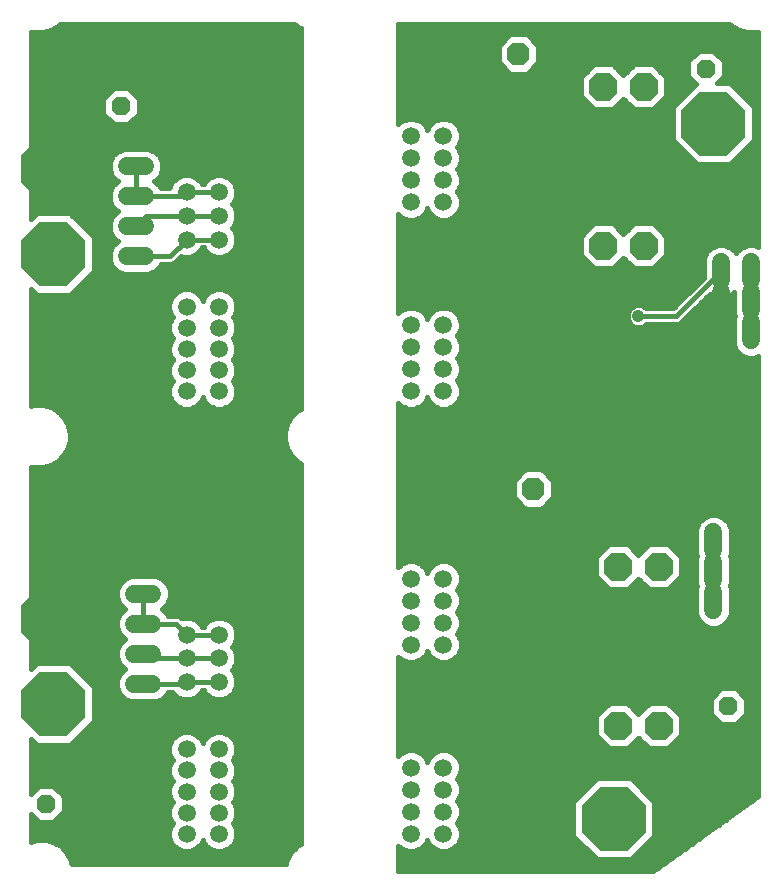
<source format=gbl>
G75*
%MOIN*%
%OFA0B0*%
%FSLAX25Y25*%
%IPPOS*%
%LPD*%
%AMOC8*
5,1,8,0,0,1.08239X$1,22.5*
%
%ADD10C,0.05906*%
%ADD11C,0.06000*%
%ADD12OC8,0.06300*%
%ADD13OC8,0.09450*%
%ADD14OC8,0.21500*%
%ADD15OC8,0.07600*%
%ADD16C,0.01600*%
%ADD17C,0.04100*%
%ADD18C,0.02400*%
D10*
X0067037Y0030167D03*
X0067037Y0037214D03*
X0067037Y0044261D03*
X0067037Y0051308D03*
X0067037Y0058356D03*
X0077864Y0058356D03*
X0077864Y0051308D03*
X0077864Y0044261D03*
X0077864Y0037214D03*
X0077864Y0030167D03*
X0077864Y0080757D03*
X0077864Y0088631D03*
X0077864Y0096505D03*
X0067037Y0096505D03*
X0067037Y0088631D03*
X0067037Y0080757D03*
X0067037Y0109064D03*
X0067037Y0116623D03*
X0067037Y0124182D03*
X0067037Y0131741D03*
X0067037Y0139301D03*
X0067037Y0146860D03*
X0077864Y0146860D03*
X0077864Y0139301D03*
X0077864Y0131741D03*
X0077864Y0124182D03*
X0077864Y0116623D03*
X0077864Y0109064D03*
X0077864Y0177667D03*
X0077864Y0184714D03*
X0077864Y0191761D03*
X0077864Y0198808D03*
X0077864Y0205856D03*
X0067037Y0205856D03*
X0067037Y0198808D03*
X0067037Y0191761D03*
X0067037Y0184714D03*
X0067037Y0177667D03*
X0067037Y0228257D03*
X0067037Y0236131D03*
X0067037Y0244005D03*
X0077864Y0244005D03*
X0077864Y0236131D03*
X0077864Y0228257D03*
X0077864Y0256564D03*
X0077864Y0264123D03*
X0077864Y0271682D03*
X0077864Y0279241D03*
X0077864Y0286801D03*
X0077864Y0294360D03*
X0067037Y0294360D03*
X0067037Y0286801D03*
X0067037Y0279241D03*
X0067037Y0271682D03*
X0067037Y0264123D03*
X0067037Y0256564D03*
X0141840Y0255383D03*
X0141840Y0262745D03*
X0141840Y0272155D03*
X0141840Y0279517D03*
X0141840Y0286879D03*
X0141840Y0294241D03*
X0152667Y0294241D03*
X0152667Y0286879D03*
X0152667Y0279517D03*
X0152667Y0272155D03*
X0152667Y0262745D03*
X0152667Y0255383D03*
X0152667Y0248021D03*
X0152667Y0240659D03*
X0152667Y0231249D03*
X0152667Y0223887D03*
X0152667Y0216525D03*
X0152667Y0209163D03*
X0152667Y0199753D03*
X0152667Y0192391D03*
X0152667Y0185029D03*
X0152667Y0177667D03*
X0141840Y0177667D03*
X0141840Y0185029D03*
X0141840Y0192391D03*
X0141840Y0199753D03*
X0141840Y0209163D03*
X0141840Y0216525D03*
X0141840Y0223887D03*
X0141840Y0231249D03*
X0141840Y0240659D03*
X0141840Y0248021D03*
X0141840Y0146741D03*
X0141840Y0139379D03*
X0141840Y0132017D03*
X0141840Y0124655D03*
X0141840Y0115245D03*
X0141840Y0107883D03*
X0141840Y0100521D03*
X0141840Y0093159D03*
X0141840Y0083749D03*
X0141840Y0076387D03*
X0141840Y0069025D03*
X0141840Y0061663D03*
X0141840Y0052253D03*
X0141840Y0044891D03*
X0141840Y0037529D03*
X0141840Y0030167D03*
X0152667Y0030167D03*
X0152667Y0037529D03*
X0152667Y0044891D03*
X0152667Y0052253D03*
X0152667Y0061663D03*
X0152667Y0069025D03*
X0152667Y0076387D03*
X0152667Y0083749D03*
X0152667Y0093159D03*
X0152667Y0100521D03*
X0152667Y0107883D03*
X0152667Y0115245D03*
X0152667Y0124655D03*
X0152667Y0132017D03*
X0152667Y0139379D03*
X0152667Y0146741D03*
D11*
X0242667Y0130667D02*
X0242667Y0124667D01*
X0242667Y0120667D02*
X0242667Y0114667D01*
X0242667Y0110667D02*
X0242667Y0104667D01*
X0252667Y0104667D02*
X0252667Y0110667D01*
X0252667Y0114667D02*
X0252667Y0120667D01*
X0252667Y0124667D02*
X0252667Y0130667D01*
X0255167Y0194667D02*
X0255167Y0200667D01*
X0255167Y0204667D02*
X0255167Y0210667D01*
X0255167Y0214667D02*
X0255167Y0220667D01*
X0245167Y0220667D02*
X0245167Y0214667D01*
X0245167Y0210667D02*
X0245167Y0204667D01*
X0245167Y0200667D02*
X0245167Y0194667D01*
X0055667Y0110167D02*
X0049667Y0110167D01*
X0049667Y0100167D02*
X0055667Y0100167D01*
X0055667Y0090167D02*
X0049667Y0090167D01*
X0049667Y0080167D02*
X0055667Y0080167D01*
X0053167Y0222667D02*
X0047167Y0222667D01*
X0047167Y0232667D02*
X0053167Y0232667D01*
X0053167Y0242667D02*
X0047167Y0242667D01*
X0047167Y0252667D02*
X0053167Y0252667D01*
D12*
X0045167Y0272667D03*
X0045167Y0282667D03*
X0240167Y0285167D03*
X0240167Y0295167D03*
X0247667Y0082667D03*
X0247667Y0072667D03*
X0020167Y0040167D03*
X0020167Y0030167D03*
D13*
X0205967Y0226167D03*
X0219367Y0226167D03*
X0219367Y0279167D03*
X0205967Y0279167D03*
X0210967Y0119167D03*
X0224367Y0119167D03*
X0224367Y0066167D03*
X0210967Y0066167D03*
D14*
X0209417Y0035167D03*
X0180917Y0035167D03*
X0022667Y0073417D03*
X0022667Y0101917D03*
X0022667Y0223417D03*
X0022667Y0251917D03*
X0242667Y0238417D03*
X0242667Y0266917D03*
D15*
X0177667Y0290167D03*
X0182667Y0145167D03*
D16*
X0015167Y0036752D02*
X0015167Y0027500D01*
X0017282Y0028067D01*
X0020020Y0028067D01*
X0022665Y0027358D01*
X0025037Y0025989D01*
X0026973Y0024052D01*
X0028342Y0021681D01*
X0028748Y0020167D01*
X0100070Y0020167D01*
X0100475Y0021681D01*
X0101845Y0024052D01*
X0103781Y0025989D01*
X0105167Y0026789D01*
X0105167Y0153545D01*
X0103781Y0154345D01*
X0101845Y0156281D01*
X0100475Y0158652D01*
X0099767Y0161297D01*
X0099767Y0164036D01*
X0100475Y0166681D01*
X0101845Y0169052D01*
X0103781Y0170989D01*
X0105167Y0171789D01*
X0105167Y0298545D01*
X0103781Y0299345D01*
X0102959Y0300167D01*
X0024874Y0300167D01*
X0024052Y0299345D01*
X0021681Y0297975D01*
X0019036Y0297267D01*
X0016297Y0297267D01*
X0015167Y0297570D01*
X0015167Y0235079D01*
X0017054Y0236967D01*
X0028279Y0236967D01*
X0036217Y0229029D01*
X0036217Y0217804D01*
X0028279Y0209867D01*
X0017054Y0209867D01*
X0015167Y0211754D01*
X0015167Y0172764D01*
X0016297Y0173067D01*
X0019036Y0173067D01*
X0021681Y0172358D01*
X0024052Y0170989D01*
X0025989Y0169052D01*
X0027358Y0166681D01*
X0028067Y0164036D01*
X0028067Y0161297D01*
X0027358Y0158652D01*
X0025989Y0156281D01*
X0024052Y0154345D01*
X0021681Y0152975D01*
X0019036Y0152267D01*
X0016297Y0152267D01*
X0015167Y0152570D01*
X0015167Y0085079D01*
X0017054Y0086967D01*
X0028279Y0086967D01*
X0036217Y0079029D01*
X0036217Y0067804D01*
X0028279Y0059867D01*
X0017054Y0059867D01*
X0015167Y0061754D01*
X0015167Y0043581D01*
X0017702Y0046117D01*
X0022631Y0046117D01*
X0026117Y0042631D01*
X0026117Y0037702D01*
X0022631Y0034217D01*
X0017702Y0034217D01*
X0015167Y0036752D01*
X0015167Y0036440D02*
X0015479Y0036440D01*
X0015167Y0034841D02*
X0017077Y0034841D01*
X0015167Y0033243D02*
X0062084Y0033243D01*
X0062160Y0033425D02*
X0061284Y0031311D01*
X0061284Y0029022D01*
X0062160Y0026908D01*
X0063778Y0025290D01*
X0065892Y0024414D01*
X0068181Y0024414D01*
X0070295Y0025290D01*
X0071914Y0026908D01*
X0072450Y0028203D01*
X0072987Y0026908D01*
X0074605Y0025290D01*
X0076719Y0024414D01*
X0079008Y0024414D01*
X0081122Y0025290D01*
X0082740Y0026908D01*
X0083616Y0029022D01*
X0083616Y0031311D01*
X0082740Y0033425D01*
X0082475Y0033690D01*
X0082740Y0033955D01*
X0083616Y0036070D01*
X0083616Y0038358D01*
X0082740Y0040473D01*
X0082475Y0040738D01*
X0082740Y0041002D01*
X0083616Y0043117D01*
X0083616Y0045405D01*
X0082740Y0047520D01*
X0082475Y0047785D01*
X0082740Y0048050D01*
X0083616Y0050164D01*
X0083616Y0052453D01*
X0082740Y0054567D01*
X0082475Y0054832D01*
X0082740Y0055097D01*
X0083616Y0057211D01*
X0083616Y0059500D01*
X0082740Y0061614D01*
X0081122Y0063233D01*
X0079008Y0064108D01*
X0076719Y0064108D01*
X0074605Y0063233D01*
X0072987Y0061614D01*
X0072450Y0060319D01*
X0071914Y0061614D01*
X0070295Y0063233D01*
X0068181Y0064108D01*
X0065892Y0064108D01*
X0063778Y0063233D01*
X0062160Y0061614D01*
X0061284Y0059500D01*
X0061284Y0057211D01*
X0062160Y0055097D01*
X0062425Y0054832D01*
X0062160Y0054567D01*
X0061284Y0052453D01*
X0061284Y0050164D01*
X0062160Y0048050D01*
X0062425Y0047785D01*
X0062160Y0047520D01*
X0061284Y0045405D01*
X0061284Y0043117D01*
X0062160Y0041002D01*
X0062425Y0040738D01*
X0062160Y0040473D01*
X0061284Y0038358D01*
X0061284Y0036070D01*
X0062160Y0033955D01*
X0062425Y0033690D01*
X0062160Y0033425D01*
X0061793Y0034841D02*
X0023256Y0034841D01*
X0024854Y0036440D02*
X0061284Y0036440D01*
X0061284Y0038038D02*
X0026117Y0038038D01*
X0026117Y0039637D02*
X0061814Y0039637D01*
X0062063Y0041235D02*
X0026117Y0041235D01*
X0025914Y0042834D02*
X0061401Y0042834D01*
X0061284Y0044432D02*
X0024315Y0044432D01*
X0022717Y0046031D02*
X0061543Y0046031D01*
X0062269Y0047629D02*
X0015167Y0047629D01*
X0015167Y0046031D02*
X0017616Y0046031D01*
X0016018Y0044432D02*
X0015167Y0044432D01*
X0015167Y0049228D02*
X0061672Y0049228D01*
X0061284Y0050826D02*
X0015167Y0050826D01*
X0015167Y0052425D02*
X0061284Y0052425D01*
X0061935Y0054023D02*
X0015167Y0054023D01*
X0015167Y0055622D02*
X0061942Y0055622D01*
X0061284Y0057221D02*
X0015167Y0057221D01*
X0015167Y0058819D02*
X0061284Y0058819D01*
X0061664Y0060418D02*
X0028830Y0060418D01*
X0030429Y0062016D02*
X0062562Y0062016D01*
X0064700Y0063615D02*
X0032027Y0063615D01*
X0033626Y0065213D02*
X0105167Y0065213D01*
X0105167Y0063615D02*
X0080200Y0063615D01*
X0082339Y0062016D02*
X0105167Y0062016D01*
X0105167Y0060418D02*
X0083236Y0060418D01*
X0083616Y0058819D02*
X0105167Y0058819D01*
X0105167Y0057221D02*
X0083616Y0057221D01*
X0082958Y0055622D02*
X0105167Y0055622D01*
X0105167Y0054023D02*
X0082966Y0054023D01*
X0083616Y0052425D02*
X0105167Y0052425D01*
X0105167Y0050826D02*
X0083616Y0050826D01*
X0083228Y0049228D02*
X0105167Y0049228D01*
X0105167Y0047629D02*
X0082631Y0047629D01*
X0083357Y0046031D02*
X0105167Y0046031D01*
X0105167Y0044432D02*
X0083616Y0044432D01*
X0083499Y0042834D02*
X0105167Y0042834D01*
X0105167Y0041235D02*
X0082837Y0041235D01*
X0083087Y0039637D02*
X0105167Y0039637D01*
X0105167Y0038038D02*
X0083616Y0038038D01*
X0083616Y0036440D02*
X0105167Y0036440D01*
X0105167Y0034841D02*
X0083107Y0034841D01*
X0082816Y0033243D02*
X0105167Y0033243D01*
X0105167Y0031644D02*
X0083478Y0031644D01*
X0083616Y0030046D02*
X0105167Y0030046D01*
X0105167Y0028447D02*
X0083378Y0028447D01*
X0082681Y0026849D02*
X0105167Y0026849D01*
X0103042Y0025250D02*
X0081027Y0025250D01*
X0074700Y0025250D02*
X0070200Y0025250D01*
X0071854Y0026849D02*
X0073046Y0026849D01*
X0063873Y0025250D02*
X0025775Y0025250D01*
X0027204Y0023652D02*
X0101613Y0023652D01*
X0100690Y0022053D02*
X0028127Y0022053D01*
X0028671Y0020455D02*
X0100147Y0020455D01*
X0072491Y0060418D02*
X0072409Y0060418D01*
X0071512Y0062016D02*
X0073388Y0062016D01*
X0075527Y0063615D02*
X0069373Y0063615D01*
X0068181Y0075004D02*
X0065892Y0075004D01*
X0063778Y0075880D01*
X0062160Y0077499D01*
X0062132Y0077567D01*
X0060868Y0077567D01*
X0060584Y0076881D01*
X0058952Y0075250D01*
X0056820Y0074367D01*
X0048513Y0074367D01*
X0046381Y0075250D01*
X0044750Y0076881D01*
X0043867Y0079013D01*
X0043867Y0081320D01*
X0044750Y0083452D01*
X0046381Y0085084D01*
X0046582Y0085167D01*
X0046381Y0085250D01*
X0044750Y0086881D01*
X0043867Y0089013D01*
X0043867Y0091320D01*
X0044750Y0093452D01*
X0046381Y0095084D01*
X0046582Y0095167D01*
X0046381Y0095250D01*
X0044750Y0096881D01*
X0043867Y0099013D01*
X0043867Y0101320D01*
X0044750Y0103452D01*
X0046381Y0105084D01*
X0046582Y0105167D01*
X0046381Y0105250D01*
X0044750Y0106881D01*
X0043867Y0109013D01*
X0043867Y0111320D01*
X0044750Y0113452D01*
X0046381Y0115084D01*
X0048513Y0115967D01*
X0056820Y0115967D01*
X0058952Y0115084D01*
X0060584Y0113452D01*
X0061467Y0111320D01*
X0061467Y0109013D01*
X0060584Y0106881D01*
X0058952Y0105250D01*
X0058752Y0105167D01*
X0058952Y0105084D01*
X0060584Y0103452D01*
X0060868Y0102767D01*
X0063892Y0102767D01*
X0064848Y0102371D01*
X0065234Y0101985D01*
X0065892Y0102258D01*
X0068181Y0102258D01*
X0070295Y0101382D01*
X0071914Y0099764D01*
X0072187Y0099105D01*
X0072714Y0099105D01*
X0072987Y0099764D01*
X0074605Y0101382D01*
X0076719Y0102258D01*
X0079008Y0102258D01*
X0081122Y0101382D01*
X0082740Y0099764D01*
X0083616Y0097650D01*
X0083616Y0095361D01*
X0082740Y0093247D01*
X0082062Y0092568D01*
X0082740Y0091890D01*
X0083616Y0089776D01*
X0083616Y0087487D01*
X0082740Y0085373D01*
X0082062Y0084694D01*
X0082740Y0084016D01*
X0083616Y0081902D01*
X0083616Y0079613D01*
X0082740Y0077499D01*
X0081122Y0075880D01*
X0079008Y0075004D01*
X0076719Y0075004D01*
X0074605Y0075880D01*
X0072987Y0077499D01*
X0072714Y0078157D01*
X0072187Y0078157D01*
X0071914Y0077499D01*
X0070295Y0075880D01*
X0068181Y0075004D01*
X0070818Y0076403D02*
X0074082Y0076403D01*
X0072778Y0078001D02*
X0072122Y0078001D01*
X0067037Y0080167D02*
X0067037Y0080757D01*
X0077864Y0080757D01*
X0083245Y0082797D02*
X0105167Y0082797D01*
X0105167Y0084395D02*
X0082361Y0084395D01*
X0082998Y0085994D02*
X0105167Y0085994D01*
X0105167Y0087592D02*
X0083616Y0087592D01*
X0083616Y0089191D02*
X0105167Y0089191D01*
X0105167Y0090789D02*
X0083196Y0090789D01*
X0082243Y0092388D02*
X0105167Y0092388D01*
X0105167Y0093986D02*
X0083047Y0093986D01*
X0083616Y0095585D02*
X0105167Y0095585D01*
X0105167Y0097183D02*
X0083616Y0097183D01*
X0083147Y0098782D02*
X0105167Y0098782D01*
X0105167Y0100380D02*
X0082124Y0100380D01*
X0079682Y0101979D02*
X0105167Y0101979D01*
X0105167Y0103577D02*
X0060458Y0103577D01*
X0058774Y0105176D02*
X0105167Y0105176D01*
X0105167Y0106774D02*
X0060477Y0106774D01*
X0061202Y0108373D02*
X0105167Y0108373D01*
X0105167Y0109971D02*
X0061467Y0109971D01*
X0061363Y0111570D02*
X0105167Y0111570D01*
X0105167Y0113168D02*
X0060701Y0113168D01*
X0059269Y0114767D02*
X0105167Y0114767D01*
X0105167Y0116365D02*
X0015167Y0116365D01*
X0015167Y0114767D02*
X0046064Y0114767D01*
X0044632Y0113168D02*
X0015167Y0113168D01*
X0015167Y0111570D02*
X0043970Y0111570D01*
X0043867Y0109971D02*
X0015167Y0109971D01*
X0015167Y0108373D02*
X0044132Y0108373D01*
X0044857Y0106774D02*
X0015167Y0106774D01*
X0015167Y0105176D02*
X0046559Y0105176D01*
X0044875Y0103577D02*
X0015167Y0103577D01*
X0015167Y0101979D02*
X0044139Y0101979D01*
X0043867Y0100380D02*
X0015167Y0100380D01*
X0015167Y0098782D02*
X0043962Y0098782D01*
X0044625Y0097183D02*
X0015167Y0097183D01*
X0015167Y0095585D02*
X0046046Y0095585D01*
X0045284Y0093986D02*
X0015167Y0093986D01*
X0015167Y0092388D02*
X0044309Y0092388D01*
X0043867Y0090789D02*
X0015167Y0090789D01*
X0015167Y0089191D02*
X0043867Y0089191D01*
X0044455Y0087592D02*
X0015167Y0087592D01*
X0015167Y0085994D02*
X0016081Y0085994D01*
X0029252Y0085994D02*
X0045637Y0085994D01*
X0045693Y0084395D02*
X0030851Y0084395D01*
X0032449Y0082797D02*
X0044478Y0082797D01*
X0043867Y0081198D02*
X0034048Y0081198D01*
X0035646Y0079600D02*
X0043867Y0079600D01*
X0044286Y0078001D02*
X0036217Y0078001D01*
X0036217Y0076403D02*
X0045228Y0076403D01*
X0047457Y0074804D02*
X0036217Y0074804D01*
X0036217Y0073206D02*
X0105167Y0073206D01*
X0105167Y0074804D02*
X0057877Y0074804D01*
X0060105Y0076403D02*
X0063256Y0076403D01*
X0067037Y0080167D02*
X0052667Y0080167D01*
X0052667Y0088631D02*
X0052667Y0090167D01*
X0052667Y0088631D02*
X0067037Y0088631D01*
X0077864Y0088631D01*
X0083616Y0081198D02*
X0105167Y0081198D01*
X0105167Y0079600D02*
X0083611Y0079600D01*
X0082949Y0078001D02*
X0105167Y0078001D01*
X0105167Y0076403D02*
X0081645Y0076403D01*
X0077864Y0096505D02*
X0067037Y0096505D01*
X0063375Y0100167D01*
X0052667Y0100167D01*
X0052667Y0110167D01*
X0068855Y0101979D02*
X0076045Y0101979D01*
X0073603Y0100380D02*
X0071297Y0100380D01*
X0105167Y0117964D02*
X0015167Y0117964D01*
X0015167Y0119562D02*
X0105167Y0119562D01*
X0105167Y0121161D02*
X0015167Y0121161D01*
X0015167Y0122759D02*
X0105167Y0122759D01*
X0105167Y0124358D02*
X0015167Y0124358D01*
X0015167Y0125956D02*
X0105167Y0125956D01*
X0105167Y0127555D02*
X0015167Y0127555D01*
X0015167Y0129154D02*
X0105167Y0129154D01*
X0105167Y0130752D02*
X0015167Y0130752D01*
X0015167Y0132351D02*
X0105167Y0132351D01*
X0105167Y0133949D02*
X0015167Y0133949D01*
X0015167Y0135548D02*
X0105167Y0135548D01*
X0105167Y0137146D02*
X0015167Y0137146D01*
X0015167Y0138745D02*
X0105167Y0138745D01*
X0105167Y0140343D02*
X0015167Y0140343D01*
X0015167Y0141942D02*
X0105167Y0141942D01*
X0105167Y0143540D02*
X0015167Y0143540D01*
X0015167Y0145139D02*
X0105167Y0145139D01*
X0105167Y0146737D02*
X0015167Y0146737D01*
X0015167Y0148336D02*
X0105167Y0148336D01*
X0105167Y0149934D02*
X0015167Y0149934D01*
X0015167Y0151533D02*
X0105167Y0151533D01*
X0105167Y0153131D02*
X0021951Y0153131D01*
X0024438Y0154730D02*
X0103396Y0154730D01*
X0101817Y0156328D02*
X0026016Y0156328D01*
X0026939Y0157927D02*
X0100894Y0157927D01*
X0100242Y0159525D02*
X0027592Y0159525D01*
X0028020Y0161124D02*
X0099813Y0161124D01*
X0099767Y0162722D02*
X0028067Y0162722D01*
X0027990Y0164321D02*
X0099843Y0164321D01*
X0100271Y0165919D02*
X0027562Y0165919D01*
X0026875Y0167518D02*
X0100959Y0167518D01*
X0101908Y0169116D02*
X0025925Y0169116D01*
X0024326Y0170715D02*
X0103507Y0170715D01*
X0105167Y0172313D02*
X0079972Y0172313D01*
X0079008Y0171914D02*
X0081122Y0172790D01*
X0082740Y0174408D01*
X0083616Y0176522D01*
X0083616Y0178811D01*
X0082740Y0180925D01*
X0082475Y0181190D01*
X0082740Y0181455D01*
X0083616Y0183570D01*
X0083616Y0185858D01*
X0082740Y0187973D01*
X0082475Y0188238D01*
X0082740Y0188502D01*
X0083616Y0190617D01*
X0083616Y0192905D01*
X0082740Y0195020D01*
X0082475Y0195285D01*
X0082740Y0195550D01*
X0083616Y0197664D01*
X0083616Y0199953D01*
X0082740Y0202067D01*
X0082475Y0202332D01*
X0082740Y0202597D01*
X0083616Y0204711D01*
X0083616Y0207000D01*
X0082740Y0209114D01*
X0081122Y0210733D01*
X0079008Y0211608D01*
X0076719Y0211608D01*
X0074605Y0210733D01*
X0072987Y0209114D01*
X0072450Y0207819D01*
X0071914Y0209114D01*
X0070295Y0210733D01*
X0068181Y0211608D01*
X0065892Y0211608D01*
X0063778Y0210733D01*
X0062160Y0209114D01*
X0061284Y0207000D01*
X0061284Y0204711D01*
X0062160Y0202597D01*
X0062425Y0202332D01*
X0062160Y0202067D01*
X0061284Y0199953D01*
X0061284Y0197664D01*
X0062160Y0195550D01*
X0062425Y0195285D01*
X0062160Y0195020D01*
X0061284Y0192905D01*
X0061284Y0190617D01*
X0062160Y0188502D01*
X0062425Y0188238D01*
X0062160Y0187973D01*
X0061284Y0185858D01*
X0061284Y0183570D01*
X0062160Y0181455D01*
X0062425Y0181190D01*
X0062160Y0180925D01*
X0061284Y0178811D01*
X0061284Y0176522D01*
X0062160Y0174408D01*
X0063778Y0172790D01*
X0065892Y0171914D01*
X0068181Y0171914D01*
X0070295Y0172790D01*
X0071914Y0174408D01*
X0072450Y0175703D01*
X0072987Y0174408D01*
X0074605Y0172790D01*
X0076719Y0171914D01*
X0079008Y0171914D01*
X0082244Y0173912D02*
X0105167Y0173912D01*
X0105167Y0175510D02*
X0083197Y0175510D01*
X0083616Y0177109D02*
X0105167Y0177109D01*
X0105167Y0178707D02*
X0083616Y0178707D01*
X0082997Y0180306D02*
X0105167Y0180306D01*
X0105167Y0181904D02*
X0082927Y0181904D01*
X0083589Y0183503D02*
X0105167Y0183503D01*
X0105167Y0185101D02*
X0083616Y0185101D01*
X0083268Y0186700D02*
X0105167Y0186700D01*
X0105167Y0188298D02*
X0082536Y0188298D01*
X0083318Y0189897D02*
X0105167Y0189897D01*
X0105167Y0191495D02*
X0083616Y0191495D01*
X0083538Y0193094D02*
X0105167Y0193094D01*
X0105167Y0194692D02*
X0082876Y0194692D01*
X0083047Y0196291D02*
X0105167Y0196291D01*
X0105167Y0197890D02*
X0083616Y0197890D01*
X0083616Y0199488D02*
X0105167Y0199488D01*
X0105167Y0201087D02*
X0083147Y0201087D01*
X0082777Y0202685D02*
X0105167Y0202685D01*
X0105167Y0204284D02*
X0083439Y0204284D01*
X0083616Y0205882D02*
X0105167Y0205882D01*
X0105167Y0207481D02*
X0083417Y0207481D01*
X0082755Y0209079D02*
X0105167Y0209079D01*
X0105167Y0210678D02*
X0081177Y0210678D01*
X0074550Y0210678D02*
X0070350Y0210678D01*
X0071928Y0209079D02*
X0072972Y0209079D01*
X0063723Y0210678D02*
X0029090Y0210678D01*
X0030689Y0212276D02*
X0105167Y0212276D01*
X0105167Y0213875D02*
X0032287Y0213875D01*
X0033886Y0215473D02*
X0105167Y0215473D01*
X0105167Y0217072D02*
X0054815Y0217072D01*
X0054320Y0216867D02*
X0056452Y0217750D01*
X0058084Y0219381D01*
X0058368Y0220067D01*
X0061963Y0220067D01*
X0062919Y0220462D01*
X0065234Y0222777D01*
X0065892Y0222504D01*
X0068181Y0222504D01*
X0070295Y0223380D01*
X0071914Y0224999D01*
X0072187Y0225657D01*
X0072714Y0225657D01*
X0072987Y0224999D01*
X0074605Y0223380D01*
X0076719Y0222504D01*
X0079008Y0222504D01*
X0081122Y0223380D01*
X0082740Y0224999D01*
X0083616Y0227113D01*
X0083616Y0229402D01*
X0082740Y0231516D01*
X0082062Y0232194D01*
X0082740Y0232873D01*
X0083616Y0234987D01*
X0083616Y0237276D01*
X0082740Y0239390D01*
X0082062Y0240068D01*
X0082740Y0240747D01*
X0083616Y0242861D01*
X0083616Y0245150D01*
X0082740Y0247264D01*
X0081122Y0248882D01*
X0079008Y0249758D01*
X0076719Y0249758D01*
X0074605Y0248882D01*
X0072987Y0247264D01*
X0072714Y0246605D01*
X0072187Y0246605D01*
X0071914Y0247264D01*
X0070295Y0248882D01*
X0068181Y0249758D01*
X0065892Y0249758D01*
X0063778Y0248882D01*
X0062160Y0247264D01*
X0061332Y0245267D01*
X0058368Y0245267D01*
X0058084Y0245952D01*
X0056452Y0247584D01*
X0056252Y0247667D01*
X0056452Y0247750D01*
X0058084Y0249381D01*
X0058967Y0251513D01*
X0058967Y0253820D01*
X0058084Y0255952D01*
X0056452Y0257584D01*
X0054320Y0258467D01*
X0046013Y0258467D01*
X0043881Y0257584D01*
X0042250Y0255952D01*
X0041367Y0253820D01*
X0041367Y0251513D01*
X0042250Y0249381D01*
X0043881Y0247750D01*
X0044082Y0247667D01*
X0043881Y0247584D01*
X0042250Y0245952D01*
X0041367Y0243820D01*
X0041367Y0241513D01*
X0042250Y0239381D01*
X0043881Y0237750D01*
X0044082Y0237667D01*
X0043881Y0237584D01*
X0042250Y0235952D01*
X0041367Y0233820D01*
X0041367Y0231513D01*
X0042250Y0229381D01*
X0043881Y0227750D01*
X0044082Y0227667D01*
X0043881Y0227584D01*
X0042250Y0225952D01*
X0041367Y0223820D01*
X0041367Y0221513D01*
X0042250Y0219381D01*
X0043881Y0217750D01*
X0046013Y0216867D01*
X0054320Y0216867D01*
X0057373Y0218670D02*
X0105167Y0218670D01*
X0105167Y0220269D02*
X0062451Y0220269D01*
X0064324Y0221867D02*
X0105167Y0221867D01*
X0105167Y0223466D02*
X0081208Y0223466D01*
X0082768Y0225064D02*
X0105167Y0225064D01*
X0105167Y0226663D02*
X0083430Y0226663D01*
X0083616Y0228261D02*
X0105167Y0228261D01*
X0105167Y0229860D02*
X0083426Y0229860D01*
X0082764Y0231458D02*
X0105167Y0231458D01*
X0105167Y0233057D02*
X0082817Y0233057D01*
X0083479Y0234655D02*
X0105167Y0234655D01*
X0105167Y0236254D02*
X0083616Y0236254D01*
X0083377Y0237852D02*
X0105167Y0237852D01*
X0105167Y0239451D02*
X0082680Y0239451D01*
X0082866Y0241049D02*
X0105167Y0241049D01*
X0105167Y0242648D02*
X0083528Y0242648D01*
X0083616Y0244246D02*
X0105167Y0244246D01*
X0105167Y0245845D02*
X0083328Y0245845D01*
X0082561Y0247443D02*
X0105167Y0247443D01*
X0105167Y0249042D02*
X0080737Y0249042D01*
X0074990Y0249042D02*
X0069910Y0249042D01*
X0071734Y0247443D02*
X0073166Y0247443D01*
X0077864Y0244005D02*
X0067037Y0244005D01*
X0065698Y0242667D01*
X0050167Y0242667D01*
X0050167Y0252667D01*
X0043332Y0257034D02*
X0015167Y0257034D01*
X0015167Y0255436D02*
X0042036Y0255436D01*
X0041374Y0253837D02*
X0015167Y0253837D01*
X0015167Y0252239D02*
X0041367Y0252239D01*
X0041728Y0250640D02*
X0015167Y0250640D01*
X0015167Y0249042D02*
X0042589Y0249042D01*
X0043741Y0247443D02*
X0015167Y0247443D01*
X0015167Y0245845D02*
X0042205Y0245845D01*
X0041543Y0244246D02*
X0015167Y0244246D01*
X0015167Y0242648D02*
X0041367Y0242648D01*
X0041559Y0241049D02*
X0015167Y0241049D01*
X0015167Y0239451D02*
X0042221Y0239451D01*
X0043779Y0237852D02*
X0015167Y0237852D01*
X0015167Y0236254D02*
X0016341Y0236254D01*
X0028992Y0236254D02*
X0042551Y0236254D01*
X0041713Y0234655D02*
X0030591Y0234655D01*
X0032189Y0233057D02*
X0041367Y0233057D01*
X0041389Y0231458D02*
X0033788Y0231458D01*
X0035386Y0229860D02*
X0042051Y0229860D01*
X0043370Y0228261D02*
X0036217Y0228261D01*
X0036217Y0226663D02*
X0042960Y0226663D01*
X0041882Y0225064D02*
X0036217Y0225064D01*
X0036217Y0223466D02*
X0041367Y0223466D01*
X0041367Y0221867D02*
X0036217Y0221867D01*
X0036217Y0220269D02*
X0041882Y0220269D01*
X0042961Y0218670D02*
X0036217Y0218670D01*
X0035484Y0217072D02*
X0045518Y0217072D01*
X0050167Y0222667D02*
X0061446Y0222667D01*
X0067037Y0228257D01*
X0077864Y0228257D01*
X0074519Y0223466D02*
X0070381Y0223466D01*
X0071941Y0225064D02*
X0072959Y0225064D01*
X0077864Y0236131D02*
X0067037Y0236131D01*
X0053631Y0236131D01*
X0050167Y0232667D01*
X0058128Y0245845D02*
X0061572Y0245845D01*
X0062339Y0247443D02*
X0056592Y0247443D01*
X0057744Y0249042D02*
X0064164Y0249042D01*
X0058967Y0252239D02*
X0105167Y0252239D01*
X0105167Y0253837D02*
X0058960Y0253837D01*
X0058297Y0255436D02*
X0105167Y0255436D01*
X0105167Y0257034D02*
X0057001Y0257034D01*
X0058605Y0250640D02*
X0105167Y0250640D01*
X0105167Y0258633D02*
X0015167Y0258633D01*
X0015167Y0260231D02*
X0105167Y0260231D01*
X0105167Y0261830D02*
X0015167Y0261830D01*
X0015167Y0263428D02*
X0105167Y0263428D01*
X0105167Y0265027D02*
X0015167Y0265027D01*
X0015167Y0266625D02*
X0105167Y0266625D01*
X0105167Y0268224D02*
X0049139Y0268224D01*
X0047631Y0266717D02*
X0051117Y0270202D01*
X0051117Y0275131D01*
X0047631Y0278617D01*
X0042702Y0278617D01*
X0039217Y0275131D01*
X0039217Y0270202D01*
X0042702Y0266717D01*
X0047631Y0266717D01*
X0050737Y0269823D02*
X0105167Y0269823D01*
X0105167Y0271421D02*
X0051117Y0271421D01*
X0051117Y0273020D02*
X0105167Y0273020D01*
X0105167Y0274618D02*
X0051117Y0274618D01*
X0050031Y0276217D02*
X0105167Y0276217D01*
X0105167Y0277815D02*
X0048433Y0277815D01*
X0041901Y0277815D02*
X0015167Y0277815D01*
X0015167Y0276217D02*
X0040302Y0276217D01*
X0039217Y0274618D02*
X0015167Y0274618D01*
X0015167Y0273020D02*
X0039217Y0273020D01*
X0039217Y0271421D02*
X0015167Y0271421D01*
X0015167Y0269823D02*
X0039596Y0269823D01*
X0041195Y0268224D02*
X0015167Y0268224D01*
X0015167Y0279414D02*
X0105167Y0279414D01*
X0105167Y0281012D02*
X0015167Y0281012D01*
X0015167Y0282611D02*
X0105167Y0282611D01*
X0105167Y0284209D02*
X0015167Y0284209D01*
X0015167Y0285808D02*
X0105167Y0285808D01*
X0105167Y0287406D02*
X0015167Y0287406D01*
X0015167Y0289005D02*
X0105167Y0289005D01*
X0105167Y0290603D02*
X0015167Y0290603D01*
X0015167Y0292202D02*
X0105167Y0292202D01*
X0105167Y0293800D02*
X0015167Y0293800D01*
X0015167Y0295399D02*
X0105167Y0295399D01*
X0105167Y0296997D02*
X0015167Y0296997D01*
X0022755Y0298596D02*
X0105078Y0298596D01*
X0137667Y0298596D02*
X0250078Y0298596D01*
X0251152Y0297975D02*
X0253797Y0297267D01*
X0256536Y0297267D01*
X0257667Y0297570D01*
X0257667Y0225909D01*
X0256320Y0226467D01*
X0254013Y0226467D01*
X0251881Y0225584D01*
X0250250Y0223952D01*
X0250167Y0223752D01*
X0250084Y0223952D01*
X0248452Y0225584D01*
X0246320Y0226467D01*
X0244013Y0226467D01*
X0241881Y0225584D01*
X0240250Y0223952D01*
X0239367Y0221820D01*
X0239367Y0215544D01*
X0229090Y0205267D01*
X0220229Y0205267D01*
X0219734Y0205761D01*
X0218393Y0206317D01*
X0216941Y0206317D01*
X0215599Y0205761D01*
X0214572Y0204734D01*
X0214017Y0203393D01*
X0214017Y0201941D01*
X0214572Y0200599D01*
X0215599Y0199572D01*
X0216941Y0199017D01*
X0218393Y0199017D01*
X0219734Y0199572D01*
X0220229Y0200067D01*
X0230684Y0200067D01*
X0231639Y0200462D01*
X0241404Y0210227D01*
X0241881Y0209750D01*
X0244013Y0208867D01*
X0246320Y0208867D01*
X0248452Y0209750D01*
X0249367Y0210664D01*
X0249367Y0203513D01*
X0249717Y0202667D01*
X0249367Y0201820D01*
X0249367Y0193513D01*
X0250250Y0191381D01*
X0251881Y0189750D01*
X0254013Y0188867D01*
X0256320Y0188867D01*
X0257667Y0189424D01*
X0257667Y0042667D01*
X0222667Y0017667D01*
X0137667Y0017667D01*
X0137667Y0026204D01*
X0138581Y0025290D01*
X0140696Y0024414D01*
X0142984Y0024414D01*
X0145099Y0025290D01*
X0146717Y0026908D01*
X0147253Y0028203D01*
X0147790Y0026908D01*
X0149408Y0025290D01*
X0151522Y0024414D01*
X0153811Y0024414D01*
X0155925Y0025290D01*
X0157544Y0026908D01*
X0158419Y0029022D01*
X0158419Y0031311D01*
X0157544Y0033425D01*
X0157121Y0033848D01*
X0157544Y0034270D01*
X0158419Y0036385D01*
X0158419Y0038673D01*
X0157544Y0040788D01*
X0157121Y0041210D01*
X0157544Y0041632D01*
X0158419Y0043747D01*
X0158419Y0046035D01*
X0157544Y0048150D01*
X0157121Y0048572D01*
X0157544Y0048995D01*
X0158419Y0051109D01*
X0158419Y0053398D01*
X0157544Y0055512D01*
X0155925Y0057130D01*
X0153811Y0058006D01*
X0151522Y0058006D01*
X0149408Y0057130D01*
X0147790Y0055512D01*
X0147253Y0054217D01*
X0146717Y0055512D01*
X0145099Y0057130D01*
X0142984Y0058006D01*
X0140696Y0058006D01*
X0138581Y0057130D01*
X0137667Y0056216D01*
X0137667Y0089196D01*
X0138581Y0088282D01*
X0140696Y0087406D01*
X0142984Y0087406D01*
X0145099Y0088282D01*
X0146717Y0089900D01*
X0147253Y0091195D01*
X0147790Y0089900D01*
X0149408Y0088282D01*
X0151522Y0087406D01*
X0153811Y0087406D01*
X0155925Y0088282D01*
X0157544Y0089900D01*
X0158419Y0092014D01*
X0158419Y0094303D01*
X0157544Y0096417D01*
X0157121Y0096840D01*
X0157544Y0097262D01*
X0158419Y0099377D01*
X0158419Y0101665D01*
X0157544Y0103780D01*
X0157121Y0104202D01*
X0157544Y0104625D01*
X0158419Y0106739D01*
X0158419Y0109027D01*
X0157544Y0111142D01*
X0157121Y0111564D01*
X0157544Y0111987D01*
X0158419Y0114101D01*
X0158419Y0116390D01*
X0157544Y0118504D01*
X0155925Y0120122D01*
X0153811Y0120998D01*
X0151522Y0120998D01*
X0149408Y0120122D01*
X0147790Y0118504D01*
X0147253Y0117209D01*
X0146717Y0118504D01*
X0145099Y0120122D01*
X0142984Y0120998D01*
X0140696Y0120998D01*
X0138581Y0120122D01*
X0137667Y0119208D01*
X0137667Y0173704D01*
X0138581Y0172790D01*
X0140696Y0171914D01*
X0142984Y0171914D01*
X0145099Y0172790D01*
X0146717Y0174408D01*
X0147253Y0175703D01*
X0147790Y0174408D01*
X0149408Y0172790D01*
X0151522Y0171914D01*
X0153811Y0171914D01*
X0155925Y0172790D01*
X0157544Y0174408D01*
X0158419Y0176522D01*
X0158419Y0178811D01*
X0157544Y0180925D01*
X0157121Y0181348D01*
X0157544Y0181770D01*
X0158419Y0183885D01*
X0158419Y0186173D01*
X0157544Y0188288D01*
X0157121Y0188710D01*
X0157544Y0189132D01*
X0158419Y0191247D01*
X0158419Y0193535D01*
X0157544Y0195650D01*
X0157121Y0196072D01*
X0157544Y0196495D01*
X0158419Y0198609D01*
X0158419Y0200898D01*
X0157544Y0203012D01*
X0155925Y0204630D01*
X0153811Y0205506D01*
X0151522Y0205506D01*
X0149408Y0204630D01*
X0147790Y0203012D01*
X0147253Y0201717D01*
X0146717Y0203012D01*
X0145099Y0204630D01*
X0142984Y0205506D01*
X0140696Y0205506D01*
X0138581Y0204630D01*
X0137667Y0203716D01*
X0137667Y0236696D01*
X0138581Y0235782D01*
X0140696Y0234906D01*
X0142984Y0234906D01*
X0145099Y0235782D01*
X0146717Y0237400D01*
X0147253Y0238695D01*
X0147790Y0237400D01*
X0149408Y0235782D01*
X0151522Y0234906D01*
X0153811Y0234906D01*
X0155925Y0235782D01*
X0157544Y0237400D01*
X0158419Y0239514D01*
X0158419Y0241803D01*
X0157544Y0243917D01*
X0157121Y0244340D01*
X0157544Y0244762D01*
X0158419Y0246877D01*
X0158419Y0249165D01*
X0157544Y0251280D01*
X0157121Y0251702D01*
X0157544Y0252125D01*
X0158419Y0254239D01*
X0158419Y0256527D01*
X0157544Y0258642D01*
X0157121Y0259064D01*
X0157544Y0259487D01*
X0158419Y0261601D01*
X0158419Y0263890D01*
X0157544Y0266004D01*
X0155925Y0267622D01*
X0153811Y0268498D01*
X0151522Y0268498D01*
X0149408Y0267622D01*
X0147790Y0266004D01*
X0147253Y0264709D01*
X0146717Y0266004D01*
X0145099Y0267622D01*
X0142984Y0268498D01*
X0140696Y0268498D01*
X0138581Y0267622D01*
X0137667Y0266708D01*
X0137667Y0300167D01*
X0247959Y0300167D01*
X0248781Y0299345D01*
X0251152Y0297975D01*
X0257667Y0296997D02*
X0137667Y0296997D01*
X0137667Y0295399D02*
X0173565Y0295399D01*
X0174933Y0296767D02*
X0171067Y0292900D01*
X0171067Y0287433D01*
X0174933Y0283567D01*
X0180400Y0283567D01*
X0184267Y0287433D01*
X0184267Y0292900D01*
X0180400Y0296767D01*
X0174933Y0296767D01*
X0171966Y0293800D02*
X0137667Y0293800D01*
X0137667Y0292202D02*
X0171067Y0292202D01*
X0171067Y0290603D02*
X0137667Y0290603D01*
X0137667Y0289005D02*
X0171067Y0289005D01*
X0171093Y0287406D02*
X0137667Y0287406D01*
X0137667Y0285808D02*
X0172692Y0285808D01*
X0174290Y0284209D02*
X0137667Y0284209D01*
X0137667Y0282611D02*
X0198769Y0282611D01*
X0198442Y0282284D02*
X0198442Y0276050D01*
X0202850Y0271642D01*
X0209084Y0271642D01*
X0212667Y0275225D01*
X0216250Y0271642D01*
X0222484Y0271642D01*
X0226892Y0276050D01*
X0226892Y0282284D01*
X0222484Y0286692D01*
X0216250Y0286692D01*
X0212667Y0283109D01*
X0209084Y0286692D01*
X0202850Y0286692D01*
X0198442Y0282284D01*
X0198442Y0281012D02*
X0137667Y0281012D01*
X0137667Y0279414D02*
X0198442Y0279414D01*
X0198442Y0277815D02*
X0137667Y0277815D01*
X0137667Y0276217D02*
X0198442Y0276217D01*
X0199873Y0274618D02*
X0137667Y0274618D01*
X0137667Y0273020D02*
X0201472Y0273020D01*
X0210461Y0273020D02*
X0214872Y0273020D01*
X0213273Y0274618D02*
X0212060Y0274618D01*
X0211566Y0284209D02*
X0213767Y0284209D01*
X0215366Y0285808D02*
X0209968Y0285808D01*
X0201966Y0285808D02*
X0182641Y0285808D01*
X0181043Y0284209D02*
X0200367Y0284209D01*
X0184240Y0287406D02*
X0234217Y0287406D01*
X0234217Y0287631D02*
X0234217Y0282702D01*
X0236753Y0280166D01*
X0229117Y0272529D01*
X0229117Y0261304D01*
X0237054Y0253367D01*
X0248279Y0253367D01*
X0256217Y0261304D01*
X0256217Y0272529D01*
X0248279Y0280467D01*
X0243881Y0280467D01*
X0246117Y0282702D01*
X0246117Y0287631D01*
X0242631Y0291117D01*
X0237702Y0291117D01*
X0234217Y0287631D01*
X0234217Y0285808D02*
X0223368Y0285808D01*
X0224966Y0284209D02*
X0234217Y0284209D01*
X0234308Y0282611D02*
X0226565Y0282611D01*
X0226892Y0281012D02*
X0235907Y0281012D01*
X0236001Y0279414D02*
X0226892Y0279414D01*
X0226892Y0277815D02*
X0234402Y0277815D01*
X0232804Y0276217D02*
X0226892Y0276217D01*
X0225460Y0274618D02*
X0231205Y0274618D01*
X0229607Y0273020D02*
X0223861Y0273020D01*
X0229117Y0271421D02*
X0137667Y0271421D01*
X0137667Y0269823D02*
X0229117Y0269823D01*
X0229117Y0268224D02*
X0154473Y0268224D01*
X0156922Y0266625D02*
X0229117Y0266625D01*
X0229117Y0265027D02*
X0157948Y0265027D01*
X0158419Y0263428D02*
X0229117Y0263428D01*
X0229117Y0261830D02*
X0158419Y0261830D01*
X0157852Y0260231D02*
X0230189Y0260231D01*
X0231788Y0258633D02*
X0157547Y0258633D01*
X0158209Y0257034D02*
X0233386Y0257034D01*
X0234985Y0255436D02*
X0158419Y0255436D01*
X0158253Y0253837D02*
X0236583Y0253837D01*
X0248750Y0253837D02*
X0257667Y0253837D01*
X0257667Y0252239D02*
X0157591Y0252239D01*
X0157808Y0250640D02*
X0257667Y0250640D01*
X0257667Y0249042D02*
X0158419Y0249042D01*
X0158419Y0247443D02*
X0257667Y0247443D01*
X0257667Y0245845D02*
X0157992Y0245845D01*
X0157215Y0244246D02*
X0257667Y0244246D01*
X0257667Y0242648D02*
X0158070Y0242648D01*
X0158419Y0241049D02*
X0257667Y0241049D01*
X0257667Y0239451D02*
X0158393Y0239451D01*
X0157731Y0237852D02*
X0257667Y0237852D01*
X0257667Y0236254D02*
X0156397Y0236254D01*
X0148936Y0236254D02*
X0145570Y0236254D01*
X0146904Y0237852D02*
X0147602Y0237852D01*
X0138109Y0236254D02*
X0137667Y0236254D01*
X0137667Y0234655D02*
X0257667Y0234655D01*
X0257667Y0233057D02*
X0223118Y0233057D01*
X0222484Y0233692D02*
X0216250Y0233692D01*
X0212667Y0230109D01*
X0209084Y0233692D01*
X0202850Y0233692D01*
X0198442Y0229284D01*
X0198442Y0223050D01*
X0202850Y0218642D01*
X0209084Y0218642D01*
X0212667Y0222225D01*
X0216250Y0218642D01*
X0222484Y0218642D01*
X0226892Y0223050D01*
X0226892Y0229284D01*
X0222484Y0233692D01*
X0224717Y0231458D02*
X0257667Y0231458D01*
X0257667Y0229860D02*
X0226316Y0229860D01*
X0226892Y0228261D02*
X0257667Y0228261D01*
X0257667Y0226663D02*
X0226892Y0226663D01*
X0226892Y0225064D02*
X0241362Y0225064D01*
X0240048Y0223466D02*
X0226892Y0223466D01*
X0225709Y0221867D02*
X0239386Y0221867D01*
X0239367Y0220269D02*
X0224111Y0220269D01*
X0222512Y0218670D02*
X0239367Y0218670D01*
X0239367Y0217072D02*
X0137667Y0217072D01*
X0137667Y0218670D02*
X0202821Y0218670D01*
X0201223Y0220269D02*
X0137667Y0220269D01*
X0137667Y0221867D02*
X0199624Y0221867D01*
X0198442Y0223466D02*
X0137667Y0223466D01*
X0137667Y0225064D02*
X0198442Y0225064D01*
X0198442Y0226663D02*
X0137667Y0226663D01*
X0137667Y0228261D02*
X0198442Y0228261D01*
X0199018Y0229860D02*
X0137667Y0229860D01*
X0137667Y0231458D02*
X0200616Y0231458D01*
X0202215Y0233057D02*
X0137667Y0233057D01*
X0137667Y0215473D02*
X0239296Y0215473D01*
X0237698Y0213875D02*
X0137667Y0213875D01*
X0137667Y0212276D02*
X0236099Y0212276D01*
X0234501Y0210678D02*
X0137667Y0210678D01*
X0137667Y0209079D02*
X0232902Y0209079D01*
X0231304Y0207481D02*
X0137667Y0207481D01*
X0137667Y0205882D02*
X0215891Y0205882D01*
X0214386Y0204284D02*
X0156272Y0204284D01*
X0157679Y0202685D02*
X0214017Y0202685D01*
X0214370Y0201087D02*
X0158341Y0201087D01*
X0158419Y0199488D02*
X0215803Y0199488D01*
X0217667Y0202667D02*
X0230167Y0202667D01*
X0245167Y0217667D01*
X0248972Y0225064D02*
X0251362Y0225064D01*
X0249367Y0209079D02*
X0246833Y0209079D01*
X0249367Y0207481D02*
X0238658Y0207481D01*
X0240256Y0209079D02*
X0243500Y0209079D01*
X0249367Y0205882D02*
X0237059Y0205882D01*
X0235460Y0204284D02*
X0249367Y0204284D01*
X0249710Y0202685D02*
X0233862Y0202685D01*
X0232263Y0201087D02*
X0249367Y0201087D01*
X0249367Y0199488D02*
X0219531Y0199488D01*
X0219442Y0205882D02*
X0229705Y0205882D01*
X0216221Y0218670D02*
X0209112Y0218670D01*
X0210711Y0220269D02*
X0214623Y0220269D01*
X0213024Y0221867D02*
X0212309Y0221867D01*
X0211317Y0231458D02*
X0214016Y0231458D01*
X0215615Y0233057D02*
X0209718Y0233057D01*
X0249367Y0197890D02*
X0158121Y0197890D01*
X0157340Y0196291D02*
X0249367Y0196291D01*
X0249367Y0194692D02*
X0157940Y0194692D01*
X0158419Y0193094D02*
X0249540Y0193094D01*
X0250202Y0191495D02*
X0158419Y0191495D01*
X0157860Y0189897D02*
X0251734Y0189897D01*
X0257667Y0188298D02*
X0157533Y0188298D01*
X0158201Y0186700D02*
X0257667Y0186700D01*
X0257667Y0185101D02*
X0158419Y0185101D01*
X0158261Y0183503D02*
X0257667Y0183503D01*
X0257667Y0181904D02*
X0157599Y0181904D01*
X0157800Y0180306D02*
X0257667Y0180306D01*
X0257667Y0178707D02*
X0158419Y0178707D01*
X0158419Y0177109D02*
X0257667Y0177109D01*
X0257667Y0175510D02*
X0158000Y0175510D01*
X0157047Y0173912D02*
X0257667Y0173912D01*
X0257667Y0172313D02*
X0154775Y0172313D01*
X0150558Y0172313D02*
X0143948Y0172313D01*
X0146221Y0173912D02*
X0148286Y0173912D01*
X0147333Y0175510D02*
X0147173Y0175510D01*
X0139731Y0172313D02*
X0137667Y0172313D01*
X0137667Y0170715D02*
X0257667Y0170715D01*
X0257667Y0169116D02*
X0137667Y0169116D01*
X0137667Y0167518D02*
X0257667Y0167518D01*
X0257667Y0165919D02*
X0137667Y0165919D01*
X0137667Y0164321D02*
X0257667Y0164321D01*
X0257667Y0162722D02*
X0137667Y0162722D01*
X0137667Y0161124D02*
X0257667Y0161124D01*
X0257667Y0159525D02*
X0137667Y0159525D01*
X0137667Y0157927D02*
X0257667Y0157927D01*
X0257667Y0156328D02*
X0137667Y0156328D01*
X0137667Y0154730D02*
X0257667Y0154730D01*
X0257667Y0153131D02*
X0137667Y0153131D01*
X0137667Y0151533D02*
X0179699Y0151533D01*
X0179933Y0151767D02*
X0176067Y0147900D01*
X0176067Y0142433D01*
X0179933Y0138567D01*
X0185400Y0138567D01*
X0189267Y0142433D01*
X0189267Y0147900D01*
X0185400Y0151767D01*
X0179933Y0151767D01*
X0178100Y0149934D02*
X0137667Y0149934D01*
X0137667Y0148336D02*
X0176502Y0148336D01*
X0176067Y0146737D02*
X0137667Y0146737D01*
X0137667Y0145139D02*
X0176067Y0145139D01*
X0176067Y0143540D02*
X0137667Y0143540D01*
X0137667Y0141942D02*
X0176558Y0141942D01*
X0178156Y0140343D02*
X0137667Y0140343D01*
X0137667Y0138745D02*
X0179755Y0138745D01*
X0185578Y0138745D02*
X0257667Y0138745D01*
X0257667Y0140343D02*
X0187177Y0140343D01*
X0188775Y0141942D02*
X0257667Y0141942D01*
X0257667Y0143540D02*
X0189267Y0143540D01*
X0189267Y0145139D02*
X0257667Y0145139D01*
X0257667Y0146737D02*
X0189267Y0146737D01*
X0188831Y0148336D02*
X0257667Y0148336D01*
X0257667Y0149934D02*
X0187233Y0149934D01*
X0185634Y0151533D02*
X0257667Y0151533D01*
X0257667Y0137146D02*
X0137667Y0137146D01*
X0137667Y0135548D02*
X0239345Y0135548D01*
X0239381Y0135584D02*
X0237750Y0133952D01*
X0236867Y0131820D01*
X0236867Y0123513D01*
X0237217Y0122667D01*
X0236867Y0121820D01*
X0236867Y0113513D01*
X0237217Y0112667D01*
X0236867Y0111820D01*
X0236867Y0103513D01*
X0237750Y0101381D01*
X0239381Y0099750D01*
X0241513Y0098867D01*
X0243820Y0098867D01*
X0245952Y0099750D01*
X0247584Y0101381D01*
X0248467Y0103513D01*
X0248467Y0111820D01*
X0248116Y0112667D01*
X0248467Y0113513D01*
X0248467Y0121820D01*
X0248116Y0122667D01*
X0248467Y0123513D01*
X0248467Y0131820D01*
X0247584Y0133952D01*
X0245952Y0135584D01*
X0243820Y0136467D01*
X0241513Y0136467D01*
X0239381Y0135584D01*
X0237748Y0133949D02*
X0137667Y0133949D01*
X0137667Y0132351D02*
X0237086Y0132351D01*
X0236867Y0130752D02*
X0137667Y0130752D01*
X0137667Y0129154D02*
X0236867Y0129154D01*
X0236867Y0127555D02*
X0137667Y0127555D01*
X0137667Y0125956D02*
X0207115Y0125956D01*
X0207850Y0126692D02*
X0203442Y0122284D01*
X0203442Y0116050D01*
X0207850Y0111642D01*
X0214084Y0111642D01*
X0217667Y0115225D01*
X0221250Y0111642D01*
X0227484Y0111642D01*
X0231892Y0116050D01*
X0231892Y0122284D01*
X0227484Y0126692D01*
X0221250Y0126692D01*
X0217667Y0123109D01*
X0214084Y0126692D01*
X0207850Y0126692D01*
X0205516Y0124358D02*
X0137667Y0124358D01*
X0137667Y0122759D02*
X0203918Y0122759D01*
X0203442Y0121161D02*
X0137667Y0121161D01*
X0137667Y0119562D02*
X0138021Y0119562D01*
X0145658Y0119562D02*
X0148848Y0119562D01*
X0147566Y0117964D02*
X0146941Y0117964D01*
X0156485Y0119562D02*
X0203442Y0119562D01*
X0203442Y0117964D02*
X0157767Y0117964D01*
X0158419Y0116365D02*
X0203442Y0116365D01*
X0204724Y0114767D02*
X0158419Y0114767D01*
X0158033Y0113168D02*
X0206323Y0113168D01*
X0215610Y0113168D02*
X0219723Y0113168D01*
X0218124Y0114767D02*
X0217209Y0114767D01*
X0216417Y0124358D02*
X0218916Y0124358D01*
X0220515Y0125956D02*
X0214819Y0125956D01*
X0228219Y0125956D02*
X0236867Y0125956D01*
X0236867Y0124358D02*
X0229817Y0124358D01*
X0231416Y0122759D02*
X0237179Y0122759D01*
X0236867Y0121161D02*
X0231892Y0121161D01*
X0231892Y0119562D02*
X0236867Y0119562D01*
X0236867Y0117964D02*
X0231892Y0117964D01*
X0231892Y0116365D02*
X0236867Y0116365D01*
X0236867Y0114767D02*
X0230609Y0114767D01*
X0229010Y0113168D02*
X0237009Y0113168D01*
X0236867Y0111570D02*
X0157127Y0111570D01*
X0158028Y0109971D02*
X0236867Y0109971D01*
X0236867Y0108373D02*
X0158419Y0108373D01*
X0158419Y0106774D02*
X0236867Y0106774D01*
X0236867Y0105176D02*
X0157772Y0105176D01*
X0157627Y0103577D02*
X0236867Y0103577D01*
X0237502Y0101979D02*
X0158290Y0101979D01*
X0158419Y0100380D02*
X0238751Y0100380D01*
X0246583Y0100380D02*
X0257667Y0100380D01*
X0257667Y0098782D02*
X0158173Y0098782D01*
X0157465Y0097183D02*
X0257667Y0097183D01*
X0257667Y0095585D02*
X0157889Y0095585D01*
X0158419Y0093986D02*
X0257667Y0093986D01*
X0257667Y0092388D02*
X0158419Y0092388D01*
X0157912Y0090789D02*
X0257667Y0090789D01*
X0257667Y0089191D02*
X0156834Y0089191D01*
X0154260Y0087592D02*
X0257667Y0087592D01*
X0257667Y0085994D02*
X0137667Y0085994D01*
X0137667Y0087592D02*
X0140246Y0087592D01*
X0137672Y0089191D02*
X0137667Y0089191D01*
X0137667Y0084395D02*
X0257667Y0084395D01*
X0257667Y0082797D02*
X0137667Y0082797D01*
X0137667Y0081198D02*
X0257667Y0081198D01*
X0257667Y0079600D02*
X0137667Y0079600D01*
X0137667Y0078001D02*
X0244587Y0078001D01*
X0245202Y0078617D02*
X0241717Y0075131D01*
X0241717Y0070202D01*
X0245202Y0066717D01*
X0250131Y0066717D01*
X0253617Y0070202D01*
X0253617Y0075131D01*
X0250131Y0078617D01*
X0245202Y0078617D01*
X0242988Y0076403D02*
X0137667Y0076403D01*
X0137667Y0074804D02*
X0241717Y0074804D01*
X0241717Y0073206D02*
X0227970Y0073206D01*
X0227484Y0073692D02*
X0221250Y0073692D01*
X0217667Y0070109D01*
X0214084Y0073692D01*
X0207850Y0073692D01*
X0203442Y0069284D01*
X0203442Y0063050D01*
X0207850Y0058642D01*
X0214084Y0058642D01*
X0217667Y0062225D01*
X0221250Y0058642D01*
X0227484Y0058642D01*
X0231892Y0063050D01*
X0231892Y0069284D01*
X0227484Y0073692D01*
X0229568Y0071607D02*
X0241717Y0071607D01*
X0241910Y0070009D02*
X0231167Y0070009D01*
X0231892Y0068410D02*
X0243509Y0068410D01*
X0245107Y0066812D02*
X0231892Y0066812D01*
X0231892Y0065213D02*
X0257667Y0065213D01*
X0257667Y0063615D02*
X0231892Y0063615D01*
X0230858Y0062016D02*
X0257667Y0062016D01*
X0257667Y0060418D02*
X0229259Y0060418D01*
X0227661Y0058819D02*
X0257667Y0058819D01*
X0257667Y0057221D02*
X0155707Y0057221D01*
X0157434Y0055622D02*
X0257667Y0055622D01*
X0257667Y0054023D02*
X0158160Y0054023D01*
X0158419Y0052425D02*
X0257667Y0052425D01*
X0257667Y0050826D02*
X0158302Y0050826D01*
X0157640Y0049228D02*
X0257667Y0049228D01*
X0257667Y0047629D02*
X0216116Y0047629D01*
X0215029Y0048717D02*
X0203804Y0048717D01*
X0195867Y0040779D01*
X0195867Y0029554D01*
X0203804Y0021617D01*
X0215029Y0021617D01*
X0222967Y0029554D01*
X0222967Y0040779D01*
X0215029Y0048717D01*
X0217715Y0046031D02*
X0257667Y0046031D01*
X0257667Y0044432D02*
X0219313Y0044432D01*
X0220912Y0042834D02*
X0257667Y0042834D01*
X0255663Y0041235D02*
X0222510Y0041235D01*
X0222967Y0039637D02*
X0253425Y0039637D01*
X0251187Y0038038D02*
X0222967Y0038038D01*
X0222967Y0036440D02*
X0248949Y0036440D01*
X0246711Y0034841D02*
X0222967Y0034841D01*
X0222967Y0033243D02*
X0244473Y0033243D01*
X0242235Y0031644D02*
X0222967Y0031644D01*
X0222967Y0030046D02*
X0239997Y0030046D01*
X0237760Y0028447D02*
X0221860Y0028447D01*
X0220261Y0026849D02*
X0235522Y0026849D01*
X0233284Y0025250D02*
X0218663Y0025250D01*
X0217064Y0023652D02*
X0231046Y0023652D01*
X0228808Y0022053D02*
X0215466Y0022053D01*
X0224332Y0018856D02*
X0137667Y0018856D01*
X0137667Y0020455D02*
X0226570Y0020455D01*
X0203367Y0022053D02*
X0137667Y0022053D01*
X0137667Y0023652D02*
X0201769Y0023652D01*
X0200170Y0025250D02*
X0155830Y0025250D01*
X0157484Y0026849D02*
X0198572Y0026849D01*
X0196973Y0028447D02*
X0158181Y0028447D01*
X0158419Y0030046D02*
X0195867Y0030046D01*
X0195867Y0031644D02*
X0158281Y0031644D01*
X0157619Y0033243D02*
X0195867Y0033243D01*
X0195867Y0034841D02*
X0157780Y0034841D01*
X0158419Y0036440D02*
X0195867Y0036440D01*
X0195867Y0038038D02*
X0158419Y0038038D01*
X0158020Y0039637D02*
X0195867Y0039637D01*
X0196323Y0041235D02*
X0157147Y0041235D01*
X0158041Y0042834D02*
X0197921Y0042834D01*
X0199520Y0044432D02*
X0158419Y0044432D01*
X0158419Y0046031D02*
X0201118Y0046031D01*
X0202717Y0047629D02*
X0157759Y0047629D01*
X0149626Y0057221D02*
X0144881Y0057221D01*
X0146607Y0055622D02*
X0147900Y0055622D01*
X0138799Y0057221D02*
X0137667Y0057221D01*
X0137667Y0058819D02*
X0207672Y0058819D01*
X0206074Y0060418D02*
X0137667Y0060418D01*
X0137667Y0062016D02*
X0204475Y0062016D01*
X0203442Y0063615D02*
X0137667Y0063615D01*
X0137667Y0065213D02*
X0203442Y0065213D01*
X0203442Y0066812D02*
X0137667Y0066812D01*
X0137667Y0068410D02*
X0203442Y0068410D01*
X0204167Y0070009D02*
X0137667Y0070009D01*
X0137667Y0071607D02*
X0205765Y0071607D01*
X0207364Y0073206D02*
X0137667Y0073206D01*
X0143434Y0087592D02*
X0151073Y0087592D01*
X0148499Y0089191D02*
X0146007Y0089191D01*
X0147085Y0090789D02*
X0147421Y0090789D01*
X0105167Y0071607D02*
X0036217Y0071607D01*
X0036217Y0070009D02*
X0105167Y0070009D01*
X0105167Y0068410D02*
X0036217Y0068410D01*
X0035224Y0066812D02*
X0105167Y0066812D01*
X0137667Y0025250D02*
X0138676Y0025250D01*
X0145003Y0025250D02*
X0149503Y0025250D01*
X0147849Y0026849D02*
X0146658Y0026849D01*
X0214261Y0058819D02*
X0221072Y0058819D01*
X0219474Y0060418D02*
X0215859Y0060418D01*
X0217458Y0062016D02*
X0217875Y0062016D01*
X0219165Y0071607D02*
X0216168Y0071607D01*
X0214570Y0073206D02*
X0220764Y0073206D01*
X0247831Y0101979D02*
X0257667Y0101979D01*
X0257667Y0103577D02*
X0248467Y0103577D01*
X0248467Y0105176D02*
X0257667Y0105176D01*
X0257667Y0106774D02*
X0248467Y0106774D01*
X0248467Y0108373D02*
X0257667Y0108373D01*
X0257667Y0109971D02*
X0248467Y0109971D01*
X0248467Y0111570D02*
X0257667Y0111570D01*
X0257667Y0113168D02*
X0248324Y0113168D01*
X0248467Y0114767D02*
X0257667Y0114767D01*
X0257667Y0116365D02*
X0248467Y0116365D01*
X0248467Y0117964D02*
X0257667Y0117964D01*
X0257667Y0119562D02*
X0248467Y0119562D01*
X0248467Y0121161D02*
X0257667Y0121161D01*
X0257667Y0122759D02*
X0248155Y0122759D01*
X0248467Y0124358D02*
X0257667Y0124358D01*
X0257667Y0125956D02*
X0248467Y0125956D01*
X0248467Y0127555D02*
X0257667Y0127555D01*
X0257667Y0129154D02*
X0248467Y0129154D01*
X0248467Y0130752D02*
X0257667Y0130752D01*
X0257667Y0132351D02*
X0248247Y0132351D01*
X0247585Y0133949D02*
X0257667Y0133949D01*
X0257667Y0135548D02*
X0245988Y0135548D01*
X0250747Y0078001D02*
X0257667Y0078001D01*
X0257667Y0076403D02*
X0252345Y0076403D01*
X0253617Y0074804D02*
X0257667Y0074804D01*
X0257667Y0073206D02*
X0253617Y0073206D01*
X0253617Y0071607D02*
X0257667Y0071607D01*
X0257667Y0070009D02*
X0253423Y0070009D01*
X0251825Y0068410D02*
X0257667Y0068410D01*
X0257667Y0066812D02*
X0250226Y0066812D01*
X0147654Y0202685D02*
X0146852Y0202685D01*
X0145445Y0204284D02*
X0149061Y0204284D01*
X0138235Y0204284D02*
X0137667Y0204284D01*
X0147122Y0265027D02*
X0147385Y0265027D01*
X0148411Y0266625D02*
X0146095Y0266625D01*
X0143646Y0268224D02*
X0150861Y0268224D01*
X0140034Y0268224D02*
X0137667Y0268224D01*
X0181768Y0295399D02*
X0257667Y0295399D01*
X0257667Y0293800D02*
X0183367Y0293800D01*
X0184267Y0292202D02*
X0257667Y0292202D01*
X0257667Y0290603D02*
X0243145Y0290603D01*
X0244743Y0289005D02*
X0257667Y0289005D01*
X0257667Y0287406D02*
X0246117Y0287406D01*
X0246117Y0285808D02*
X0257667Y0285808D01*
X0257667Y0284209D02*
X0246117Y0284209D01*
X0246025Y0282611D02*
X0257667Y0282611D01*
X0257667Y0281012D02*
X0244427Y0281012D01*
X0249332Y0279414D02*
X0257667Y0279414D01*
X0257667Y0277815D02*
X0250931Y0277815D01*
X0252529Y0276217D02*
X0257667Y0276217D01*
X0257667Y0274618D02*
X0254128Y0274618D01*
X0255726Y0273020D02*
X0257667Y0273020D01*
X0257667Y0271421D02*
X0256217Y0271421D01*
X0256217Y0269823D02*
X0257667Y0269823D01*
X0257667Y0268224D02*
X0256217Y0268224D01*
X0256217Y0266625D02*
X0257667Y0266625D01*
X0257667Y0265027D02*
X0256217Y0265027D01*
X0256217Y0263428D02*
X0257667Y0263428D01*
X0257667Y0261830D02*
X0256217Y0261830D01*
X0255144Y0260231D02*
X0257667Y0260231D01*
X0257667Y0258633D02*
X0253546Y0258633D01*
X0251947Y0257034D02*
X0257667Y0257034D01*
X0257667Y0255436D02*
X0250348Y0255436D01*
X0235590Y0289005D02*
X0184267Y0289005D01*
X0184267Y0290603D02*
X0237189Y0290603D01*
X0075755Y0172313D02*
X0069145Y0172313D01*
X0071418Y0173912D02*
X0073483Y0173912D01*
X0072530Y0175510D02*
X0072370Y0175510D01*
X0064928Y0172313D02*
X0021758Y0172313D01*
X0015167Y0173912D02*
X0062656Y0173912D01*
X0061703Y0175510D02*
X0015167Y0175510D01*
X0015167Y0177109D02*
X0061284Y0177109D01*
X0061284Y0178707D02*
X0015167Y0178707D01*
X0015167Y0180306D02*
X0061903Y0180306D01*
X0061974Y0181904D02*
X0015167Y0181904D01*
X0015167Y0183503D02*
X0061312Y0183503D01*
X0061284Y0185101D02*
X0015167Y0185101D01*
X0015167Y0186700D02*
X0061633Y0186700D01*
X0062364Y0188298D02*
X0015167Y0188298D01*
X0015167Y0189897D02*
X0061582Y0189897D01*
X0061284Y0191495D02*
X0015167Y0191495D01*
X0015167Y0193094D02*
X0061362Y0193094D01*
X0062024Y0194692D02*
X0015167Y0194692D01*
X0015167Y0196291D02*
X0061853Y0196291D01*
X0061284Y0197890D02*
X0015167Y0197890D01*
X0015167Y0199488D02*
X0061284Y0199488D01*
X0061754Y0201087D02*
X0015167Y0201087D01*
X0015167Y0202685D02*
X0062123Y0202685D01*
X0061461Y0204284D02*
X0015167Y0204284D01*
X0015167Y0205882D02*
X0061284Y0205882D01*
X0061483Y0207481D02*
X0015167Y0207481D01*
X0015167Y0209079D02*
X0062145Y0209079D01*
X0016243Y0210678D02*
X0015167Y0210678D01*
X0015167Y0060418D02*
X0016503Y0060418D01*
X0015167Y0031644D02*
X0061422Y0031644D01*
X0061284Y0030046D02*
X0015167Y0030046D01*
X0015167Y0028447D02*
X0061522Y0028447D01*
X0062219Y0026849D02*
X0023547Y0026849D01*
D17*
X0205167Y0140167D03*
X0217667Y0202667D03*
X0197667Y0295167D03*
D18*
X0197667Y0282667D01*
M02*

</source>
